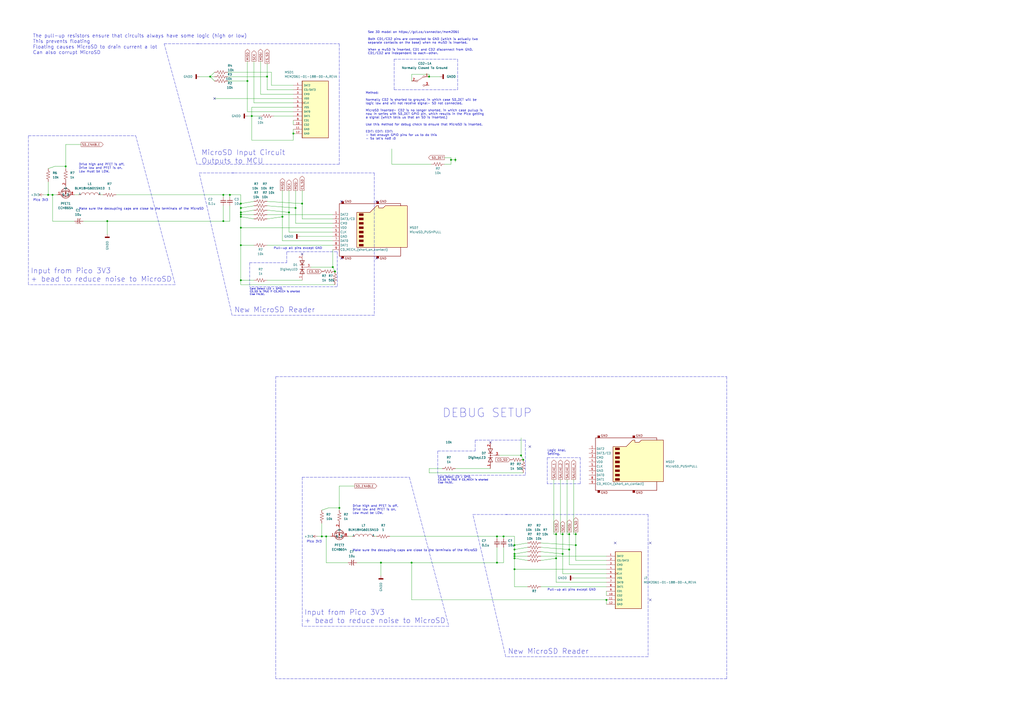
<source format=kicad_sch>
(kicad_sch (version 20211123) (generator eeschema)
  (paper "A2")
  (lib_symbols
    (symbol "Device:C_Polarized_Small_US" (pin_numbers hide) (pin_names (offset 0.254) hide)
      (property "Reference" "C" (at 0.254 1.778 0))
      (property "Value" "C_Polarized_Small_US" (at 0.254 -2.032 0))
      (symbol "C_Polarized_Small_US_0_1"
        (polyline (pts (xy -1.524 0.508) (xy 1.524 0.508)) (stroke (width 0.3048)))
        (polyline (pts (xy -1.27 1.524) (xy -0.762 1.524)))
        (polyline (pts (xy -1.016 1.27) (xy -1.016 1.778)))
        (arc (start 1.524 -0.762) (mid 0 -0.3734) (end -1.524 -0.762) (stroke (width 0.3048)))
      )
      (symbol "C_Polarized_Small_US_1_1"
        (pin passive line (at 0 2.54 270) (length 2.032) (name "~") (number "1"))
        (pin passive line (at 0 -2.54 90) (length 2.032) (name "~") (number "2"))
      )
    )
    (symbol "Device:C_Small" (pin_numbers hide) (pin_names (offset 0.254) hide)
      (property "Reference" "C" (at 0.254 1.778 0))
      (property "Value" "C_Small" (at 0.254 -2.032 0))
      (symbol "C_Small_0_1"
        (polyline (pts (xy -1.524 -0.508) (xy 1.524 -0.508)) (stroke (width 0.3302)))
        (polyline (pts (xy -1.524 0.508) (xy 1.524 0.508)) (stroke (width 0.3048)))
      )
      (symbol "C_Small_1_1"
        (pin passive line (at 0 2.54 270) (length 2.032) (name "~") (number "1"))
        (pin passive line (at 0 -2.54 90) (length 2.032) (name "~") (number "2"))
      )
    )
    (symbol "Device:D_Dual_CommonCathode_AAK" (pin_names (offset 0.762) hide)
      (property "Reference" "D" (at 1.27 -2.54 0))
      (property "Value" "D_Dual_CommonCathode_AAK" (at 0 2.54 0))
      (symbol "D_Dual_CommonCathode_AAK_0_1"
        (polyline (pts (xy -3.81 0) (xy 3.81 0)))
        (polyline (pts (xy 0 0) (xy 0 -2.54)))
        (polyline (pts (xy -1.27 -1.27) (xy -1.27 1.27) (xy -1.27 1.27)) (stroke (width 0.254)))
        (polyline (pts (xy 1.27 -1.27) (xy 1.27 1.27) (xy 1.27 1.27)) (stroke (width 0.254)))
        (polyline (pts (xy -3.81 1.27) (xy -1.27 0) (xy -3.81 -1.27) (xy -3.81 1.27) (xy -3.81 1.27) (xy -3.81 1.27)) (stroke (width 0.254)))
        (polyline (pts (xy 3.81 -1.27) (xy 1.27 0) (xy 3.81 1.27) (xy 3.81 -1.27) (xy 3.81 -1.27) (xy 3.81 -1.27)) (stroke (width 0.254)))
        (circle (center 0 0) (radius 0.254) (fill (type outline)))
        (pin passive line (at -7.62 0 0) (length 3.81) (name "A") (number "1"))
        (pin passive line (at 7.62 0 180) (length 3.81) (name "A") (number "2"))
        (pin passive line (at 0 -5.08 90) (length 2.54) (name "K") (number "3"))
      )
    )
    (symbol "Device:R_US" (pin_numbers hide) (pin_names (offset 0))
      (property "Reference" "R" (at 2.54 0 90))
      (property "Value" "R_US" (at -2.54 0 90))
      (symbol "R_US_0_1"
        (polyline (pts (xy 0 -2.286) (xy 0 -2.54)))
        (polyline (pts (xy 0 2.286) (xy 0 2.54)))
        (polyline (pts (xy 0 -0.762) (xy 1.016 -1.143) (xy 0 -1.524) (xy -1.016 -1.905) (xy 0 -2.286)))
        (polyline (pts (xy 0 0.762) (xy 1.016 0.381) (xy 0 0) (xy -1.016 -0.381) (xy 0 -0.762)))
        (polyline (pts (xy 0 2.286) (xy 1.016 1.905) (xy 0 1.524) (xy -1.016 1.143) (xy 0 0.762)))
      )
      (symbol "R_US_1_1"
        (pin passive line (at 0 3.81 270) (length 1.27) (name "~") (number "1"))
        (pin passive line (at 0 -3.81 90) (length 1.27) (name "~") (number "2"))
      )
    )
    (symbol "EBAY_MicroSD:MicroSD_PUSHPULL"
      (property "Reference" "MSD" (at 8.89 -2.54 0))
      (property "Value" "MicroSD_PUSHPULL" (at 8.89 -5.08 0))
      (symbol "MicroSD_PUSHPULL_0_0"
        (text "GND" (at -13.97 -20.32 0) (effects (font (size 1.27 1.27))))
        (text "GND" (at -13.97 12.7 0) (effects (font (size 1.27 1.27))))
        (text "GND" (at 6.35 -20.32 0) (effects (font (size 1.27 1.27))))
        (text "GND" (at 6.35 12.7 0) (effects (font (size 1.27 1.27))))
      )
      (symbol "MicroSD_PUSHPULL_0_1"
        (rectangle (start -17.78 -19.05) (end -16.51 -20.32) (fill (type outline)))
        (rectangle (start -17.78 12.7) (end -16.51 11.43) (fill (type outline)))
        (rectangle (start -7.62 -12.065) (end -5.08 -13.335) (fill (type outline)))
        (rectangle (start -7.62 -9.525) (end -5.08 -10.795) (fill (type outline)))
        (rectangle (start -7.62 -6.985) (end -5.08 -8.255) (fill (type outline)))
        (rectangle (start -7.62 -4.445) (end -5.08 -5.715) (fill (type outline)))
        (rectangle (start -7.62 -1.905) (end -5.08 -3.175) (fill (type outline)))
        (rectangle (start -7.62 0.635) (end -5.08 -0.635) (fill (type outline)))
        (rectangle (start -7.62 3.175) (end -5.08 1.905) (fill (type outline)))
        (rectangle (start -7.62 5.715) (end -5.08 4.445) (fill (type outline)))
        (polyline (pts (xy 16.51 10.16) (xy 16.51 11.43) (xy -19.05 11.43) (xy -19.05 -19.05) (xy 16.51 -19.05) (xy 16.51 -13.97)) (stroke (width 0.254)))
        (polyline (pts (xy -8.89 -13.97) (xy -8.89 6.35) (xy -1.27 6.35) (xy 2.54 10.16) (xy 3.81 10.16) (xy 3.81 8.89) (xy 6.35 8.89) (xy 7.62 10.16) (xy 20.32 10.16) (xy 20.32 -13.97) (xy -8.89 -13.97)) (stroke (width 0.254)) (fill (type background)))
        (rectangle (start 2.54 -19.05) (end 3.81 -20.32) (fill (type outline)))
        (rectangle (start 2.54 12.7) (end 3.81 11.43) (fill (type outline)))
      )
      (symbol "MicroSD_PUSHPULL_1_1"
        (pin bidirectional line (at -22.86 5.08 0) (length 3.81) (name "DAT2") (number "1"))
        (pin bidirectional line (at -22.86 2.54 0) (length 3.81) (name "DAT3/CD") (number "2"))
        (pin input line (at -22.86 0 0) (length 3.81) (name "CMD") (number "3"))
        (pin power_in line (at -22.86 -2.54 0) (length 3.81) (name "VDD") (number "4"))
        (pin input line (at -22.86 -5.08 0) (length 3.81) (name "CLK") (number "5"))
        (pin power_in line (at -22.86 -7.62 0) (length 3.81) (name "GND") (number "6"))
        (pin bidirectional line (at -22.86 -10.16 0) (length 3.81) (name "DAT0") (number "7"))
        (pin bidirectional line (at -22.86 -12.7 0) (length 3.81) (name "DAT1") (number "8"))
        (pin bidirectional line (at -22.86 -15.24 0) (length 3.81) (name "CD_MECH_(short_on_contact)") (number "9"))
      )
    )
    (symbol "ECH8654-TL-H_PFET:ECH8654 "
      (property "Reference" "PFET" (at 5.08 0 90))
      (property "Value" "ECH8654 " (at 7.62 0 90))
      (symbol "ECH8654 _0_1"
        (polyline (pts (xy -1.016 0) (xy -3.81 0)))
        (polyline (pts (xy -1.016 1.905) (xy -1.016 -1.905)) (stroke (width 0.254)))
        (polyline (pts (xy -0.508 -1.27) (xy -0.508 -2.286)) (stroke (width 0.254)))
        (polyline (pts (xy -0.508 0.508) (xy -0.508 -0.508)) (stroke (width 0.254)))
        (polyline (pts (xy -0.508 2.286) (xy -0.508 1.27)) (stroke (width 0.254)))
        (polyline (pts (xy 1.27 2.54) (xy 1.27 1.778)))
        (polyline (pts (xy 1.27 -2.54) (xy 1.27 0) (xy -0.508 0)))
        (polyline (pts (xy -0.508 1.778) (xy 2.032 1.778) (xy 2.032 -1.778) (xy -0.508 -1.778)))
        (polyline (pts (xy 1.016 0) (xy 0 0.381) (xy 0 -0.381) (xy 1.016 0)) (fill (type outline)))
        (polyline (pts (xy 1.524 -0.508) (xy 1.651 -0.381) (xy 2.413 -0.381) (xy 2.54 -0.254)))
        (polyline (pts (xy 2.032 -0.381) (xy 1.651 0.254) (xy 2.413 0.254) (xy 2.032 -0.381)))
        (circle (center 0.381 0) (radius 2.794) (stroke (width 0.254)))
        (circle (center 1.27 -1.778) (radius 0.254) (fill (type outline)))
        (circle (center 1.27 1.778) (radius 0.254) (fill (type outline)))
      )
      (symbol "ECH8654 _1_1"
        (pin passive line (at 1.27 -5.08 90) (length 2.54) (name "S") (number "1"))
        (pin passive line (at -6.35 0 0) (length 2.54) (name "G") (number "2"))
        (pin passive line (at 1.27 -5.08 90) (length 2.54) hide (name "S") (number "2"))
        (pin passive line (at 1.27 -5.08 90) (length 2.54) hide (name "S") (number "3"))
        (pin passive line (at 1.27 5.08 270) (length 2.54) (name "D") (number "8"))
      )
    )
    (symbol "MEM2061-01-188-00-A_REVA:MEM2061-01-188-00-A_REVA" (pin_names (offset 1.016))
      (property "Reference" "J" (at 0 15.2654 0))
      (property "Value" "MEM2061-01-188-00-A_REVA" (at 0 -20.3454 0))
      (symbol "MEM2061-01-188-00-A_REVA_0_0"
        (rectangle (start 0 -17.78) (end 15.24 15.24) (stroke (width 0.254)) (fill (type background)))
        (polyline (pts (xy 0 -17.78) (xy 0 15.24)) (stroke (width 0.254)))
        (pin bidirectional line (at -5.08 12.7 0) (length 5.08) (name "DAT2") (number "1"))
        (pin passive line (at -5.08 -10.16 0) (length 5.08) (name "CD2") (number "10"))
        (pin power_in line (at -5.08 -12.7 0) (length 5.08) (name "GND") (number "11"))
        (pin power_in line (at -5.08 -15.24 0) (length 5.08) (name "GND") (number "12"))
        (pin bidirectional line (at -5.08 10.16 0) (length 5.08) (name "CD/DAT3") (number "2"))
        (pin bidirectional line (at -5.08 7.62 0) (length 5.08) (name "CMD") (number "3"))
        (pin power_in line (at -5.08 5.08 0) (length 5.08) (name "VDD") (number "4"))
        (pin bidirectional clock (at -5.08 2.54 0) (length 5.08) (name "CLK") (number "5"))
        (pin power_in line (at -5.08 0 0) (length 5.08) (name "VSS") (number "6"))
        (pin bidirectional line (at -5.08 -2.54 0) (length 5.08) (name "DAT0") (number "7"))
        (pin bidirectional line (at -5.08 -5.08 0) (length 5.08) (name "DAT1") (number "8"))
        (pin passive line (at -5.08 -7.62 0) (length 5.08) (name "CD1") (number "9"))
      )
    )
    (symbol "MEM2061-01-188-00-A_REVA_1" (pin_names (offset 1.016))
      (property "Reference" "J" (at 0 15.2654 0))
      (property "Value" "MEM2061-01-188-00-A_REVA_1" (at 0 -20.3454 0))
      (symbol "MEM2061-01-188-00-A_REVA_1_0_0"
        (rectangle (start 0 -17.78) (end 15.24 15.24) (stroke (width 0.254)) (fill (type background)))
        (polyline (pts (xy 0 -17.78) (xy 0 15.24)) (stroke (width 0.254)))
        (pin bidirectional line (at -5.08 12.7 0) (length 5.08) (name "DAT2") (number "1"))
        (pin passive line (at -5.08 -10.16 0) (length 5.08) (name "CD2") (number "10"))
        (pin power_in line (at -5.08 -12.7 0) (length 5.08) (name "GND") (number "11"))
        (pin power_in line (at -5.08 -15.24 0) (length 5.08) (name "GND") (number "12"))
        (pin bidirectional line (at -5.08 10.16 0) (length 5.08) (name "CD/DAT3") (number "2"))
        (pin bidirectional line (at -5.08 7.62 0) (length 5.08) (name "CMD") (number "3"))
        (pin power_in line (at -5.08 5.08 0) (length 5.08) (name "VDD") (number "4"))
        (pin bidirectional clock (at -5.08 2.54 0) (length 5.08) (name "CLK") (number "5"))
        (pin power_in line (at -5.08 0 0) (length 5.08) (name "VSS") (number "6"))
        (pin bidirectional line (at -5.08 -2.54 0) (length 5.08) (name "DAT0") (number "7"))
        (pin bidirectional line (at -5.08 -5.08 0) (length 5.08) (name "DAT1") (number "8"))
        (pin passive line (at -5.08 -7.62 0) (length 5.08) (name "CD1") (number "9"))
      )
    )
    (symbol "Switch:SW_DPDT_x2" (pin_names (offset 0) hide)
      (property "Reference" "SW" (at 0 4.318 0))
      (property "Value" "SW_DPDT_x2" (at 0 -5.08 0))
      (symbol "SW_DPDT_x2_0_0"
        (circle (center -2.032 0) (radius 0.508))
        (circle (center 2.032 -2.54) (radius 0.508))
      )
      (symbol "SW_DPDT_x2_0_1"
        (polyline (pts (xy -1.524 0.254) (xy 1.651 2.286)))
        (circle (center 2.032 2.54) (radius 0.508))
      )
      (symbol "SW_DPDT_x2_1_1"
        (pin passive line (at 5.08 2.54 180) (length 2.54) (name "A") (number "1"))
        (pin passive line (at -5.08 0 0) (length 2.54) (name "B") (number "2"))
        (pin passive line (at 5.08 -2.54 180) (length 2.54) (name "C") (number "3"))
      )
      (symbol "SW_DPDT_x2_2_1"
        (pin passive line (at 5.08 2.54 180) (length 2.54) (name "A") (number "4"))
        (pin passive line (at -5.08 0 0) (length 2.54) (name "B") (number "5"))
        (pin passive line (at 5.08 -2.54 180) (length 2.54) (name "C") (number "6"))
      )
    )
    (symbol "power:+3V3" (power) (pin_names (offset 0))
      (property "Value" "+3V3" (at 0 3.556 0))
      (symbol "+3V3_0_1"
        (polyline (pts (xy -0.762 1.27) (xy 0 2.54)))
        (polyline (pts (xy 0 0) (xy 0 2.54)))
        (polyline (pts (xy 0 2.54) (xy 0.762 1.27)))
      )
      (symbol "+3V3_1_1"
        (pin power_in line (at 0 0 90) (length 0) hide (name "+3V3") (number "1"))
      )
    )
    (symbol "power:GNDD" (power) (pin_names (offset 0))
      (property "Value" "GNDD" (at 0 -3.175 0))
      (symbol "GNDD_0_1"
        (rectangle (start -1.27 -1.524) (end 1.27 -2.032) (stroke (width 0.254)) (fill (type outline)))
        (polyline (pts (xy 0 0) (xy 0 -1.524)))
      )
      (symbol "GNDD_1_1"
        (pin power_in line (at 0 0 270) (length 0) hide (name "GNDD") (number "1"))
      )
    )
    (symbol "pspice:INDUCTOR" (pin_numbers hide) (pin_names (offset 0))
      (property "Reference" "L" (at 0 2.54 0))
      (property "Value" "INDUCTOR" (at 0 -1.27 0))
      (symbol "INDUCTOR_0_1"
        (arc (start -2.54 0) (mid -3.81 1.27) (end -5.08 0))
        (arc (start 0 0) (mid -1.27 1.27) (end -2.54 0))
        (arc (start 2.54 0) (mid 1.27 1.27) (end 0 0))
        (arc (start 5.08 0) (mid 3.81 1.27) (end 2.54 0))
      )
      (symbol "INDUCTOR_1_1"
        (pin input line (at -6.35 0 0) (length 1.27) (name "1") (number "1"))
        (pin input line (at 6.35 0 180) (length 1.27) (name "2") (number "2"))
      )
    )
  )
  (junction (at 154.94 44.45))
  (junction (at 261.62 92.71))
  (junction (at 334.01 309.88))
  (junction (at 334.01 316.23))
  (junction (at 171.45 120.65))
  (junction (at 298.45 321.31))
  (junction (at 139.7 123.19))
  (junction (at 30.48 113.03))
  (junction (at 298.45 316.23))
  (junction (at 163.83 125.73))
  (junction (at 288.29 311.15))
  (junction (at 292.1 311.15))
  (junction (at 121.92 44.45))
  (junction (at 139.7 120.65))
  (junction (at 129.54 113.03))
  (junction (at 238.76 326.39))
  (junction (at 330.2 318.77))
  (junction (at 303.53 266.7))
  (junction (at 288.29 326.39))
  (junction (at 322.58 323.85))
  (junction (at 139.7 162.56))
  (junction (at 322.58 309.88))
  (junction (at 146.05 67.31))
  (junction (at 298.45 330.2))
  (junction (at 167.64 123.19))
  (junction (at 330.2 309.88))
  (junction (at 139.7 118.11))
  (junction (at 62.23 128.27))
  (junction (at 194.31 157.48))
  (junction (at 302.26 264.16))
  (junction (at 139.7 132.08))
  (junction (at 326.39 321.31))
  (junction (at 220.98 326.39))
  (junction (at 143.51 46.99))
  (junction (at 129.54 128.27))
  (junction (at 27.94 113.03))
  (junction (at 139.7 124.46))
  (junction (at 298.45 322.58))
  (junction (at 139.7 142.24))
  (junction (at 175.26 118.11))
  (junction (at 298.45 323.85))
  (junction (at 193.04 154.94))
  (junction (at 298.45 318.77))
  (junction (at 248.92 44.45))
  (junction (at 133.35 113.03))
  (junction (at 326.39 309.88))
  (junction (at 189.23 311.15))
  (junction (at 170.18 77.47))
  (junction (at 186.69 311.15))
  (junction (at 139.7 125.73))
  (junction (at 351.79 347.98))
  (junction (at 264.16 92.71))
  (junction (at 196.85 294.64))
  (junction (at 38.1 96.52))
  (no_connect (at 218.44 149.86))
  (no_connect (at 198.12 116.84))
  (no_connect (at 218.44 116.84))
  (no_connect (at 198.12 149.86))
  (no_connect (at 307.34 259.08))
  (no_connect (at 124.46 57.15))
  (no_connect (at 284.48 256.54))
  (no_connect (at 377.19 314.96))
  (no_connect (at 175.26 147.32))
  (no_connect (at 356.87 314.96))
  (no_connect (at 377.19 347.98))
  (wire (pts (xy 313.69 320.04) (xy 326.39 321.31)))
  (wire (pts (xy 313.69 317.5) (xy 330.2 318.77)))
  (wire (pts (xy 326.39 308.61) (xy 326.39 309.88)))
  (wire (pts (xy 163.83 110.49) (xy 163.83 125.73)))
  (wire (pts (xy 175.26 162.56) (xy 154.94 162.56)))
  (wire (pts (xy 133.35 128.27) (xy 129.54 128.27)))
  (wire (pts (xy 292.1 317.5) (xy 292.1 326.39)))
  (wire (pts (xy 322.58 309.88) (xy 321.31 309.88)))
  (wire (pts (xy 38.1 97.79) (xy 38.1 96.52)))
  (wire (pts (xy 30.48 113.03) (xy 30.48 128.27)))
  (wire (pts (xy 171.45 120.65) (xy 171.45 129.54)))
  (wire (pts (xy 62.23 128.27) (xy 129.54 128.27)))
  (wire (pts (xy 139.7 125.73) (xy 147.32 127)))
  (wire (pts (xy 261.62 91.44) (xy 261.62 92.71)))
  (wire (pts (xy 288.29 311.15) (xy 288.29 312.42)))
  (wire (pts (xy 170.18 59.69) (xy 147.32 59.69)))
  (wire (pts (xy 133.35 113.03) (xy 133.35 114.3)))
  (wire (pts (xy 151.13 35.56) (xy 151.13 54.61)))
  (wire (pts (xy 173.99 137.16) (xy 193.04 137.16)))
  (wire (pts (xy 322.58 308.61) (xy 322.58 309.88)))
  (wire (pts (xy 139.7 113.03) (xy 139.7 118.11)))
  (wire (pts (xy 238.76 347.98) (xy 238.76 326.39)))
  (wire (pts (xy 306.07 340.36) (xy 298.45 340.36)))
  (wire (pts (xy 154.94 121.92) (xy 167.64 123.19)))
  (wire (pts (xy 292.1 311.15) (xy 292.1 312.42)))
  (wire (pts (xy 322.58 309.88) (xy 322.58 323.85)))
  (wire (pts (xy 139.7 120.65) (xy 147.32 119.38)))
  (wire (pts (xy 330.2 327.66) (xy 351.79 327.66)))
  (polyline (pts (xy 228.6 34.29) (xy 265.43 34.29)))
  (wire (pts (xy 298.45 323.85) (xy 306.07 325.12)))
  (polyline (pts (xy 237.49 276.86) (xy 260.35 363.22)))
  (wire (pts (xy 158.75 67.31) (xy 170.18 67.31)))
  (wire (pts (xy 31.75 96.52) (xy 38.1 96.52)))
  (wire (pts (xy 264.16 91.44) (xy 264.16 92.71)))
  (wire (pts (xy 139.7 132.08) (xy 193.04 132.08)))
  (wire (pts (xy 298.45 316.23) (xy 298.45 318.77)))
  (wire (pts (xy 196.85 281.94) (xy 205.74 281.94)))
  (wire (pts (xy 115.57 44.45) (xy 121.92 44.45)))
  (wire (pts (xy 147.32 142.24) (xy 139.7 142.24)))
  (wire (pts (xy 298.45 318.77) (xy 306.07 317.5)))
  (polyline (pts (xy 196.85 95.25) (xy 114.3 95.25)))
  (wire (pts (xy 248.92 274.32) (xy 303.53 274.32)))
  (wire (pts (xy 154.94 119.38) (xy 171.45 120.65)))
  (polyline (pts (xy 175.26 276.86) (xy 237.49 276.86)))
  (polyline (pts (xy 375.92 381) (xy 293.37 381)))
  (wire (pts (xy 284.48 271.78) (xy 264.16 271.78)))
  (wire (pts (xy 27.94 97.79) (xy 31.75 96.52)))
  (wire (pts (xy 186.69 295.91) (xy 190.5 294.64)))
  (wire (pts (xy 302.26 254) (xy 302.26 264.16)))
  (wire (pts (xy 62.23 128.27) (xy 62.23 135.89)))
  (wire (pts (xy 326.39 309.88) (xy 326.39 321.31)))
  (wire (pts (xy 334.01 325.12) (xy 351.79 325.12)))
  (polyline (pts (xy 317.5 265.43) (xy 317.5 280.67)))
  (wire (pts (xy 288.29 311.15) (xy 292.1 311.15)))
  (wire (pts (xy 332.74 335.28) (xy 351.79 335.28)))
  (wire (pts (xy 132.08 44.45) (xy 154.94 44.45)))
  (wire (pts (xy 334.01 309.88) (xy 332.74 309.88)))
  (polyline (pts (xy 293.37 298.45) (xy 294.64 298.45)))
  (wire (pts (xy 298.45 316.23) (xy 306.07 314.96)))
  (wire (pts (xy 147.32 35.56) (xy 147.32 59.69)))
  (wire (pts (xy 292.1 326.39) (xy 288.29 326.39)))
  (wire (pts (xy 189.23 311.15) (xy 191.77 311.15)))
  (wire (pts (xy 326.39 332.74) (xy 351.79 332.74)))
  (wire (pts (xy 248.92 44.45) (xy 255.27 44.45)))
  (wire (pts (xy 313.69 314.96) (xy 334.01 316.23)))
  (wire (pts (xy 288.29 317.5) (xy 288.29 326.39)))
  (wire (pts (xy 334.01 308.61) (xy 334.01 309.88)))
  (polyline (pts (xy 166.37 152.4) (xy 166.37 146.05)))
  (wire (pts (xy 298.45 330.2) (xy 351.79 330.2)))
  (polyline (pts (xy 95.25 25.4) (xy 196.85 25.4)))
  (wire (pts (xy 330.2 308.61) (xy 330.2 309.88)))
  (wire (pts (xy 170.18 69.85) (xy 170.18 72.39)))
  (polyline (pts (xy 134.62 182.88) (xy 115.57 100.33)))
  (wire (pts (xy 139.7 124.46) (xy 139.7 125.73)))
  (wire (pts (xy 154.94 142.24) (xy 193.04 142.24)))
  (wire (pts (xy 175.26 110.49) (xy 175.26 118.11)))
  (polyline (pts (xy 254 261.62) (xy 275.59 261.62)))
  (polyline (pts (xy 304.8 275.59) (xy 254 275.59)))
  (wire (pts (xy 146.05 67.31) (xy 146.05 81.28)))
  (polyline (pts (xy 317.5 265.43) (xy 336.55 265.43)))
  (polyline (pts (xy 275.59 261.62) (xy 275.59 255.27)))
  (wire (pts (xy 217.17 311.15) (xy 218.44 311.15)))
  (wire (pts (xy 143.51 35.56) (xy 143.51 46.99)))
  (wire (pts (xy 175.26 127) (xy 193.04 127)))
  (wire (pts (xy 321.31 309.88) (xy 321.31 278.13)))
  (wire (pts (xy 313.69 325.12) (xy 322.58 323.85)))
  (wire (pts (xy 330.2 309.88) (xy 328.93 309.88)))
  (polyline (pts (xy 375.92 298.45) (xy 375.92 381)))
  (polyline (pts (xy 421.64 393.7) (xy 160.02 393.7)))
  (wire (pts (xy 121.92 44.45) (xy 124.46 44.45)))
  (wire (pts (xy 351.79 342.9) (xy 351.79 345.44)))
  (wire (pts (xy 30.48 113.03) (xy 33.02 113.03)))
  (wire (pts (xy 201.93 311.15) (xy 204.47 311.15)))
  (wire (pts (xy 220.98 326.39) (xy 220.98 334.01)))
  (wire (pts (xy 186.69 311.15) (xy 189.23 311.15)))
  (wire (pts (xy 139.7 162.56) (xy 139.7 142.24)))
  (wire (pts (xy 193.04 154.94) (xy 194.31 157.48)))
  (wire (pts (xy 143.51 46.99) (xy 143.51 64.77)))
  (wire (pts (xy 139.7 125.73) (xy 139.7 132.08)))
  (wire (pts (xy 334.01 316.23) (xy 334.01 325.12)))
  (wire (pts (xy 171.45 129.54) (xy 193.04 129.54)))
  (wire (pts (xy 170.18 81.28) (xy 146.05 81.28)))
  (wire (pts (xy 139.7 124.46) (xy 147.32 124.46)))
  (polyline (pts (xy 336.55 280.67) (xy 317.5 280.67)))
  (wire (pts (xy 325.12 309.88) (xy 325.12 278.13)))
  (wire (pts (xy 48.26 128.27) (xy 62.23 128.27)))
  (wire (pts (xy 38.1 83.82) (xy 46.99 83.82)))
  (wire (pts (xy 351.79 347.98) (xy 351.79 350.52)))
  (wire (pts (xy 298.45 322.58) (xy 306.07 322.58)))
  (wire (pts (xy 171.45 110.49) (xy 171.45 120.65)))
  (wire (pts (xy 43.18 113.03) (xy 45.72 113.03)))
  (wire (pts (xy 238.76 46.99) (xy 238.76 43.18)))
  (wire (pts (xy 256.54 271.78) (xy 248.92 271.78)))
  (wire (pts (xy 326.39 309.88) (xy 325.12 309.88)))
  (wire (pts (xy 139.7 118.11) (xy 139.7 120.65)))
  (wire (pts (xy 167.64 123.19) (xy 167.64 134.62)))
  (wire (pts (xy 330.2 318.77) (xy 330.2 327.66)))
  (polyline (pts (xy 260.35 363.22) (xy 175.26 363.22)))
  (polyline (pts (xy 115.57 100.33) (xy 217.17 100.33)))
  (wire (pts (xy 58.42 113.03) (xy 59.69 113.03)))
  (wire (pts (xy 189.23 326.39) (xy 201.93 326.39)))
  (wire (pts (xy 322.58 337.82) (xy 351.79 337.82)))
  (polyline (pts (xy 101.6 165.1) (xy 16.51 165.1)))
  (wire (pts (xy 154.94 124.46) (xy 193.04 124.46)))
  (wire (pts (xy 154.94 36.83) (xy 154.94 44.45)))
  (wire (pts (xy 129.54 113.03) (xy 133.35 113.03)))
  (wire (pts (xy 190.5 294.64) (xy 196.85 294.64)))
  (wire (pts (xy 322.58 323.85) (xy 322.58 337.82)))
  (wire (pts (xy 129.54 119.38) (xy 129.54 128.27)))
  (wire (pts (xy 220.98 326.39) (xy 238.76 326.39)))
  (wire (pts (xy 124.46 41.91) (xy 121.92 44.45)))
  (polyline (pts (xy 160.02 218.44) (xy 421.64 218.44)))
  (polyline (pts (xy 166.37 146.05) (xy 195.58 146.05)))
  (polyline (pts (xy 254 261.62) (xy 254 275.59)))
  (polyline (pts (xy 16.51 78.74) (xy 78.74 78.74)))
  (polyline (pts (xy 217.17 182.88) (xy 134.62 182.88)))
  (wire (pts (xy 248.92 274.32) (xy 248.92 271.78)))
  (wire (pts (xy 238.76 326.39) (xy 288.29 326.39)))
  (wire (pts (xy 196.85 295.91) (xy 196.85 294.64)))
  (wire (pts (xy 157.48 49.53) (xy 157.48 41.91)))
  (polyline (pts (xy 134.62 100.33) (xy 135.89 100.33)))
  (wire (pts (xy 139.7 123.19) (xy 147.32 121.92)))
  (wire (pts (xy 261.62 92.71) (xy 264.16 92.71)))
  (wire (pts (xy 328.93 278.13) (xy 328.93 309.88)))
  (wire (pts (xy 163.83 139.7) (xy 193.04 139.7)))
  (polyline (pts (xy 336.55 265.43) (xy 336.55 280.67)))
  (polyline (pts (xy 421.64 218.44) (xy 421.64 393.7)))
  (wire (pts (xy 298.45 318.77) (xy 298.45 321.31)))
  (wire (pts (xy 170.18 54.61) (xy 151.13 54.61)))
  (wire (pts (xy 38.1 96.52) (xy 38.1 83.82)))
  (wire (pts (xy 226.06 311.15) (xy 288.29 311.15)))
  (wire (pts (xy 298.45 323.85) (xy 298.45 330.2)))
  (polyline (pts (xy 16.51 78.74) (xy 16.51 165.1)))
  (polyline (pts (xy 217.17 100.33) (xy 217.17 182.88)))
  (wire (pts (xy 27.94 105.41) (xy 27.94 113.03)))
  (polyline (pts (xy 144.78 152.4) (xy 166.37 152.4)))
  (wire (pts (xy 207.01 326.39) (xy 220.98 326.39)))
  (wire (pts (xy 167.64 134.62) (xy 193.04 134.62)))
  (wire (pts (xy 170.18 74.93) (xy 170.18 77.47)))
  (wire (pts (xy 238.76 43.18) (xy 248.92 43.18)))
  (wire (pts (xy 146.05 67.31) (xy 151.13 67.31)))
  (polyline (pts (xy 114.3 95.25) (xy 95.25 25.4)))
  (wire (pts (xy 129.54 113.03) (xy 129.54 114.3)))
  (wire (pts (xy 143.51 67.31) (xy 146.05 67.31)))
  (wire (pts (xy 170.18 52.07) (xy 154.94 52.07)))
  (wire (pts (xy 139.7 142.24) (xy 139.7 132.08)))
  (polyline (pts (xy 304.8 255.27) (xy 304.8 275.59)))
  (wire (pts (xy 154.94 127) (xy 163.83 125.73)))
  (wire (pts (xy 147.32 162.56) (xy 139.7 162.56)))
  (polyline (pts (xy 78.74 78.74) (xy 101.6 165.1)))
  (wire (pts (xy 121.92 44.45) (xy 124.46 46.99)))
  (wire (pts (xy 298.45 322.58) (xy 298.45 323.85)))
  (wire (pts (xy 170.18 81.28) (xy 170.18 77.47)))
  (wire (pts (xy 184.15 311.15) (xy 186.69 311.15)))
  (wire (pts (xy 257.81 91.44) (xy 261.62 91.44)))
  (wire (pts (xy 313.69 340.36) (xy 351.79 340.36)))
  (wire (pts (xy 193.04 144.78) (xy 193.04 154.94)))
  (wire (pts (xy 298.45 321.31) (xy 306.07 320.04)))
  (wire (pts (xy 302.26 264.16) (xy 303.53 266.7)))
  (wire (pts (xy 25.4 113.03) (xy 27.94 113.03)))
  (wire (pts (xy 139.7 165.1) (xy 194.31 165.1)))
  (wire (pts (xy 170.18 64.77) (xy 143.51 64.77)))
  (wire (pts (xy 154.94 44.45) (xy 154.94 52.07)))
  (wire (pts (xy 146.05 62.23) (xy 146.05 67.31)))
  (wire (pts (xy 196.85 294.64) (xy 196.85 281.94)))
  (polyline (pts (xy 160.02 393.7) (xy 160.02 218.44)))
  (wire (pts (xy 133.35 119.38) (xy 133.35 128.27)))
  (wire (pts (xy 313.69 322.58) (xy 351.79 322.58)))
  (wire (pts (xy 154.94 116.84) (xy 175.26 118.11)))
  (polyline (pts (xy 228.6 34.29) (xy 228.6 52.07)))
  (polyline (pts (xy 196.85 25.4) (xy 196.85 95.25)))
  (wire (pts (xy 186.69 303.53) (xy 186.69 311.15)))
  (wire (pts (xy 132.08 41.91) (xy 157.48 41.91)))
  (wire (pts (xy 170.18 62.23) (xy 146.05 62.23)))
  (polyline (pts (xy 175.26 276.86) (xy 175.26 363.22)))
  (wire (pts (xy 139.7 123.19) (xy 139.7 124.46)))
  (wire (pts (xy 264.16 92.71) (xy 264.16 93.98)))
  (wire (pts (xy 298.45 340.36) (xy 298.45 330.2)))
  (wire (pts (xy 227.33 95.25) (xy 227.33 86.36)))
  (wire (pts (xy 298.45 321.31) (xy 298.45 322.58)))
  (wire (pts (xy 139.7 165.1) (xy 139.7 162.56)))
  (wire (pts (xy 139.7 120.65) (xy 139.7 123.19)))
  (wire (pts (xy 180.34 154.94) (xy 193.04 154.94)))
  (polyline (pts (xy 114.3 25.4) (xy 115.57 25.4)))
  (wire (pts (xy 248.92 43.18) (xy 248.92 44.45)))
  (wire (pts (xy 163.83 125.73) (xy 163.83 139.7)))
  (wire (pts (xy 170.18 49.53) (xy 157.48 49.53)))
  (wire (pts (xy 330.2 309.88) (xy 330.2 318.77)))
  (wire (pts (xy 289.56 264.16) (xy 302.26 264.16)))
  (wire (pts (xy 175.26 118.11) (xy 175.26 127)))
  (polyline (pts (xy 195.58 166.37) (xy 144.78 166.37)))
  (wire (pts (xy 189.23 311.15) (xy 189.23 326.39)))
  (wire (pts (xy 332.74 278.13) (xy 332.74 309.88)))
  (polyline (pts (xy 195.58 146.05) (xy 195.58 166.37)))
  (polyline (pts (xy 275.59 255.27) (xy 304.8 255.27)))
  (wire (pts (xy 133.35 113.03) (xy 139.7 113.03)))
  (wire (pts (xy 292.1 311.15) (xy 298.45 311.15)))
  (wire (pts (xy 167.64 110.49) (xy 167.64 123.19)))
  (polyline (pts (xy 144.78 152.4) (xy 144.78 166.37)))
  (wire (pts (xy 227.33 95.25) (xy 250.19 95.25)))
  (wire (pts (xy 139.7 118.11) (xy 147.32 116.84)))
  (wire (pts (xy 298.45 311.15) (xy 298.45 316.23)))
  (wire (pts (xy 334.01 309.88) (xy 334.01 316.23)))
  (wire (pts (xy 326.39 321.31) (xy 326.39 332.74)))
  (polyline (pts (xy 293.37 381) (xy 274.32 298.45)))
  (wire (pts (xy 261.62 95.25) (xy 261.62 92.71)))
  (wire (pts (xy 351.79 347.98) (xy 238.76 347.98)))
  (polyline (pts (xy 274.32 298.45) (xy 375.92 298.45)))
  (wire (pts (xy 67.31 113.03) (xy 129.54 113.03)))
  (wire (pts (xy 132.08 46.99) (xy 143.51 46.99)))
  (polyline (pts (xy 265.43 52.07) (xy 265.43 34.29)))
  (polyline (pts (xy 228.6 52.07) (xy 265.43 52.07)))
  (wire (pts (xy 257.81 95.25) (xy 261.62 95.25)))
  (wire (pts (xy 27.94 113.03) (xy 30.48 113.03)))
  (wire (pts (xy 124.46 57.15) (xy 170.18 57.15)))
  (wire (pts (xy 30.48 128.27) (xy 43.18 128.27)))
  (text "MicroSD Input Circuit\nOutputs to MCU" (at 116.84 95.25 0) (effects (font (size 3 3)) (justify left bottom)))
  (text "Pico 3V3\n" (at 27.94 116.84 180) (effects (font (size 1.27 1.27)) (justify right bottom)))
  (text "Drive high and PFET is off. \nDrive low and PFET is on. \nLow must be LOW. " (at 45.72 100.33 0) (effects (font (size 1.27 1.27)) (justify left bottom)))
  (text "New MicroSD Reader" (at 135.89 181.61 0) (effects (font (size 3 3)) (justify left bottom)))
  (text "Pull-up all pins except GND\n" (at 158.75 144.78 0) (effects (font (size 1.27 1.27)) (justify left bottom)))
  (text "Drive high and PFET is off. \nDrive low and PFET is on. \nLow must be LOW. " (at 204.47 298.45 0) (effects (font (size 1.27 1.27)) (justify left bottom)))
  (text "Make sure the decoupling caps are close to the terminals of the MicroSD" (at 45.72 121.92 0) (effects (font (size 1.27 1.27)) (justify left bottom)))
  (text "See 3D model on https://gct.co/connector/mem2061\n\nBoth CD1/CD2 pins are connected to GND (which is actually two\nseparate contacts on the base) when no muSD is inserted.\n\nWhen a muSD is inserted, CD1 and CD2 disconnect from GND.\nCD1/CD2 are independent to each-other. " (at 213.36 31.75 0) (effects (font (size 1.27 1.27)) (justify left bottom)))
  (text "New MicroSD Reader" (at 294.64 379.73 0) (effects (font (size 3 3)) (justify left bottom)))
  (text "Pull-up all pins except GND\n" (at 317.5 342.9 0) (effects (font (size 1.27 1.27)) (justify left bottom)))
  (text "DEBUG SETUP" (at 256.54 242.57 0) (effects (font (size 5 5)) (justify left bottom)))
  (text "Card Detect LED + GPIO.\nCD_SD is TRUE if CD_MECH is shorted\nElse FALSE. \n" (at 144.78 171.45 0) (effects (font (size 1 1)) (justify left bottom)))
  (text "Card Detect LED + GPIO.\nCD_SD is TRUE if CD_MECH is shorted\nElse FALSE. \n" (at 254 280.67 0) (effects (font (size 1 1)) (justify left bottom)))
  (text "Method:\n\nNormally CD2 is shorted to ground, in which case SD_DET will be\nlogic low and will not receive signal- SD not connected.\n\nMicroSD inserted- CD2 is no longer shorted, in which case pullup is\nnow in series with SD_DET GPIO pin, which results in the Pico getting\na signal (which tells us that an SD is inserted.)\n\nUse this method for debug check to ensure that MicroSD is inserted. \n\nEDIT: EDIT: EDIT:\n- Not enough GPIO pins for us to do this\n- So let's not! :D " (at 212.09 81.28 0) (effects (font (size 1.27 1.27)) (justify left bottom)))
  (text "The pull-up resistors ensure that circuits always have some logic (high or low)\nThis prevents floating\nFloating causes MicroSD to drain current a lot\nCan also corrupt MicroSD" (at 19.05 31.75 0) (effects (font (size 2 2)) (justify left bottom)))
  (text "Logic Anal.\nSetting." (at 317.5 264.16 0) (effects (font (size 1.27 1.27)) (justify left bottom)))
  (text "Input from Pico 3V3 \n+ bead to reduce noise to MicroSD\n" (at 176.53 361.95 0) (effects (font (size 3 3)) (justify left bottom)))
  (text "Pico 3V3\n" (at 186.69 314.96 180) (effects (font (size 1.27 1.27)) (justify right bottom)))
  (text "Make sure the decoupling caps are close to the terminals of the MicroSD" (at 204.47 320.04 0) (effects (font (size 1.27 1.27)) (justify left bottom)))
  (text "Input from Pico 3V3 \n+ bead to reduce noise to MicroSD\n" (at 17.78 163.83 0) (effects (font (size 3 3)) (justify left bottom)))
  (global_label "MISO" (shape output) (at 143.51 35.56 90) (property "Intersheet References" "${INTERSHEET_REFS}" (effects hide)))
  (global_label "SD_ENABLE" (shape output) (at 46.99 83.82 0) (property "Intersheet References" "${INTERSHEET_REFS}" (effects hide)))
  (global_label "MOSI" (shape output) (at 171.45 110.49 90) (property "Intersheet References" "${INTERSHEET_REFS}" (effects hide)))
  (global_label "SCK" (shape output) (at 167.64 110.49 90) (property "Intersheet References" "${INTERSHEET_REFS}" (effects hide)))
  (global_label "SD_ENABLE" (shape output) (at 205.74 281.94 0) (property "Intersheet References" "${INTERSHEET_REFS}" (effects hide)))
  (global_label "SALEAE_4" (shape output) (at 332.74 278.13 90) (property "Intersheet References" "${INTERSHEET_REFS}" (effects hide)))
  (global_label "SALEAE_1" (shape output) (at 321.31 278.13 90) (property "Intersheet References" "${INTERSHEET_REFS}" (effects hide)))
  (global_label "SCK" (shape output) (at 326.39 308.61 90) (property "Intersheet References" "${INTERSHEET_REFS}" (effects hide)))
  (global_label "CS_SD" (shape output) (at 154.94 36.83 90) (property "Intersheet References" "${INTERSHEET_REFS}" (effects hide)))
  (global_label "MISO" (shape output) (at 322.58 308.61 90) (property "Intersheet References" "${INTERSHEET_REFS}" (effects hide)))
  (global_label "SD_DET" (shape output) (at 257.81 91.44 180) (property "Intersheet References" "${INTERSHEET_REFS}" (effects hide)))
  (global_label "CS_SD" (shape output) (at 175.26 110.49 90) (property "Intersheet References" "${INTERSHEET_REFS}" (effects hide)))
  (global_label "CD_SD" (shape input) (at 295.91 266.7 180) (property "Intersheet References" "${INTERSHEET_REFS}" (effects hide)))
  (global_label "SCK" (shape output) (at 147.32 35.56 90) (property "Intersheet References" "${INTERSHEET_REFS}" (effects hide)))
  (global_label "SALEAE_3" (shape output) (at 328.93 278.13 90) (property "Intersheet References" "${INTERSHEET_REFS}" (effects hide)))
  (global_label "SALEAE_2" (shape output) (at 325.12 278.13 90) (property "Intersheet References" "${INTERSHEET_REFS}" (effects hide)))
  (global_label "MOSI" (shape output) (at 151.13 35.56 90) (property "Intersheet References" "${INTERSHEET_REFS}" (effects hide)))
  (global_label "MISO" (shape output) (at 163.83 110.49 90) (property "Intersheet References" "${INTERSHEET_REFS}" (effects hide)))
  (global_label "CD_SD" (shape input) (at 186.69 157.48 180) (property "Intersheet References" "${INTERSHEET_REFS}" (effects hide)))
  (global_label "CS_SD" (shape output) (at 334.01 308.61 90) (property "Intersheet References" "${INTERSHEET_REFS}" (effects hide)))
  (global_label "MOSI" (shape output) (at 330.2 308.61 90) (property "Intersheet References" "${INTERSHEET_REFS}" (effects hide)))
  (symbol (lib_id "Device:R_US") (at 299.72 266.7 90) (unit 1)
    (property "Reference" "R?" (at 297.18 269.24 90))
    (property "Value" "1k" (at 297.18 271.78 90))
  )
  (symbol (lib_id "power:GNDD") (at 220.98 334.01 0) (unit 1)
    (property "Reference" "#PWR?" (effects hide))
    (property "Value" "GNDD" (at 220.9799 337.82 90) (effects (justify right)))
  )
  (symbol (lib_id "Device:R_US") (at 63.5 113.03 90) (unit 1)
    (property "Reference" "R7" (at 63.5 106.68 90))
    (property "Value" "1" (at 63.5 109.22 90))
  )
  (symbol (lib_id "Device:C_Small") (at 288.29 314.96 0) (unit 1)
    (property "Reference" "C?" (at 279.4 313.69 0) (effects (justify left)))
    (property "Value" "0.1u" (at 279.4 316.23 0) (effects (justify left)))
  )
  (symbol (lib_id "EBAY_MicroSD:MicroSD_PUSHPULL") (at 364.49 265.43 0) (unit 1)
    (property "Reference" "MSD?" (at 386.08 267.9698 0) (effects (justify left)))
    (property "Value" "MicroSD_PUSHPULL" (at 386.08 270.5098 0) (effects (justify left)))
  )
  (symbol (lib_id "Device:R_US") (at 222.25 311.15 90) (unit 1)
    (property "Reference" "R?" (at 222.25 304.8 90))
    (property "Value" "1" (at 222.25 307.34 90))
  )
  (symbol (lib_id "Device:R_US") (at 128.27 44.45 270) (unit 1)
    (property "Reference" "R3" (at 134.62 43.18 90) (effects (justify right)))
    (property "Value" "10k" (at 134.62 45.72 90) (effects (justify right)))
  )
  (symbol (lib_id "Device:D_Dual_CommonCathode_AAK") (at 175.26 154.94 90) (unit 1)
    (property "Reference" "D1" (at 172.72 153.6699 90) (effects (justify left)))
    (property "Value" "DigikeyLED" (at 172.72 156.2099 90) (effects (justify left)))
  )
  (symbol (lib_id "Device:R_US") (at 309.88 340.36 90) (unit 1)
    (property "Reference" "R?" (at 309.88 342.9 90))
    (property "Value" "10k" (at 260.35 256.54 90))
  )
  (symbol (lib_id "Device:R_US") (at 254 95.25 90) (unit 1)
    (property "Reference" "R?" (at 254 97.79 90))
    (property "Value" "10k" (at 254 100.33 90))
  )
  (symbol (lib_id "Switch:SW_DPDT_x2") (at 243.84 46.99 0) (unit 1)
    (property "Reference" "CD2-1" (at 246.38 36.83 0))
    (property "Value" "Normally Closed To Ground" (at 246.38 39.37 0))
  )
  (symbol (lib_id "Device:C_Small") (at 133.35 116.84 0) (unit 1)
    (property "Reference" "C3" (at 135.89 115.5762 0) (effects (justify left)))
    (property "Value" "10u" (at 135.89 118.1162 0) (effects (justify left)))
  )
  (symbol (lib_id "Device:R_US") (at 151.13 127 90) (unit 1)
    (property "Reference" "R?" (at 153.67 111.76 90))
    (property "Value" "10k" (at 153.67 114.3 90))
  )
  (symbol (lib_id "Device:C_Small") (at 129.54 116.84 0) (unit 1)
    (property "Reference" "C2" (at 120.65 115.57 0) (effects (justify left)))
    (property "Value" "0.1u" (at 120.65 118.11 0) (effects (justify left)))
  )
  (symbol (lib_id "Device:R_US") (at 151.13 116.84 270) (unit 1)
    (property "Reference" "R?" (at 149.86 106.68 90) (effects (justify right)))
    (property "Value" "10k" (at 149.86 109.22 90) (effects (justify right)))
  )
  (symbol (lib_id "Device:R_US") (at 309.88 322.58 90) (unit 1)
    (property "Reference" "R?" (at 316.23 307.34 90))
    (property "Value" "10k" (at 316.23 309.88 90))
  )
  (symbol (lib_id "Device:R_US") (at 151.13 119.38 90) (unit 1)
    (property "Reference" "R?" (at 148.59 111.76 90))
    (property "Value" "10k" (at 148.59 114.3 90))
  )
  (symbol (lib_id "Device:R_US") (at 309.88 325.12 90) (unit 1)
    (property "Reference" "R?" (at 312.42 309.88 90))
    (property "Value" "10k" (at 312.42 312.42 90))
  )
  (symbol (lib_id "Device:R_US") (at 151.13 162.56 90) (unit 1)
    (property "Reference" "R?" (at 151.13 156.21 90))
    (property "Value" "1k" (at 151.13 158.75 90))
  )
  (symbol (lib_id "power:GNDD") (at 143.51 67.31 270) (unit 1)
    (property "Reference" "#PWR?" (effects hide))
    (property "Value" "GNDD" (at 139.7 67.3099 90) (effects (justify right)))
  )
  (symbol (lib_id "Device:C_Polarized_Small_US") (at 204.47 326.39 90) (unit 1)
    (property "Reference" "C?" (at 204.0382 320.04 90))
    (property "Value" "10u" (at 204.0382 322.58 90))
  )
  (symbol (lib_id "Device:R_US") (at 309.88 314.96 270) (unit 1)
    (property "Reference" "R?" (at 308.61 304.8 90) (effects (justify right)))
    (property "Value" "10k" (at 308.61 307.34 90) (effects (justify right)))
  )
  (symbol (lib_id "ECH8654-TL-H_PFET:ECH8654 ") (at 196.85 309.88 270) (unit 1)
    (property "Reference" "PFET?" (at 196.85 316.23 90))
    (property "Value" "ECH8654 " (at 196.85 318.77 90))
    (property "Datasheet" "https://www.onsemi.com/products/discrete-power-modules/mosfets/ech8654" (effects hide))
    (property "Spice_Primitive" "X" (effects hide))
    (property "Spice_Model" "ECH8654TopLevel" (effects hide))
    (property "Spice_Netlist_Enabled" "Y" (effects hide))
    (property "Spice_Lib_File" "C:\\Users\\Callicious\\Documents\\Prog\\pycharm\\EvaBatProject\\Schematics\\KiCad Schemas\\ECH8654-SPICE-D.rev1\\ECH8654-SPICE-D.lib" (effects hide))
  )
  (symbol (lib_id "power:GNDD") (at 255.27 44.45 90) (unit 1)
    (property "Reference" "#PWR?" (effects hide))
    (property "Value" "GNDD" (at 259.08 44.4499 90) (effects (justify right)))
  )
  (symbol (lib_id "Device:R_US") (at 303.53 270.51 0) (unit 1)
    (property "Reference" "R?" (at 299.72 269.24 0) (effects (justify left)))
    (property "Value" "50k" (at 299.72 271.78 0) (effects (justify left)))
  )
  (symbol (lib_id "power:+3V3") (at 25.4 113.03 90) (unit 1)
    (property "Reference" "Pico?" (effects hide))
    (property "Value" "+3V3" (at 17.78 113.03 90) (effects (justify right)))
  )
  (symbol (lib_id "Device:R_US") (at 196.85 299.72 0) (unit 1)
    (property "Reference" "R?" (at 199.39 298.4499 0) (effects (justify left)))
    (property "Value" "1k" (at 199.39 300.9899 0) (effects (justify left)))
  )
  (symbol (lib_id "Device:R_US") (at 27.94 101.6 0) (unit 1)
    (property "Reference" "R6" (at 30.48 100.3299 0) (effects (justify left)))
    (property "Value" "10k" (at 30.48 102.8699 0) (effects (justify left)))
  )
  (symbol (lib_id "ECH8654-TL-H_PFET:ECH8654 ") (at 38.1 111.76 270) (unit 1)
    (property "Reference" "PFET1" (at 38.1 118.11 90))
    (property "Value" "ECH8654 " (at 38.1 120.65 90))
    (property "Datasheet" "https://www.onsemi.com/products/discrete-power-modules/mosfets/ech8654" (effects hide))
    (property "Spice_Primitive" "X" (effects hide))
    (property "Spice_Model" "ECH8654TopLevel" (effects hide))
    (property "Spice_Netlist_Enabled" "Y" (effects hide))
    (property "Spice_Lib_File" "C:\\Users\\Callicious\\Documents\\Prog\\pycharm\\EvaBatProject\\Schematics\\KiCad Schemas\\ECH8654-SPICE-D.rev1\\ECH8654-SPICE-D.lib" (effects hide))
  )
  (symbol (lib_id "Device:R_US") (at 186.69 299.72 0) (unit 1)
    (property "Reference" "R?" (at 189.23 298.4499 0) (effects (justify left)))
    (property "Value" "10k" (at 189.23 300.9899 0) (effects (justify left)))
  )
  (symbol (lib_id "power:+3V3") (at 184.15 311.15 90) (unit 1)
    (property "Reference" "Pico?" (effects hide))
    (property "Value" "+3V3" (at 176.53 311.15 90) (effects (justify right)))
  )
  (symbol (lib_id "Device:R_US") (at 128.27 41.91 270) (unit 1)
    (property "Reference" "R4" (at 132.08 38.1 90) (effects (justify left)))
    (property "Value" "10k" (at 132.08 40.64 90) (effects (justify left)))
  )
  (symbol (lib_id "Device:R_US") (at 151.13 124.46 90) (unit 1)
    (property "Reference" "R?" (at 157.48 109.22 90))
    (property "Value" "10k" (at 157.48 111.76 90))
  )
  (symbol (lib_name "MEM2061-01-188-00-A_REVA_1") (lib_id "MEM2061-01-188-00-A_REVA:MEM2061-01-188-00-A_REVA") (at 175.26 62.23 0) (unit 1)
    (property "Reference" "MSD1" (at 165.1 41.91 0) (effects (justify left)))
    (property "Value" "MEM2061-01-188-00-A_REVA" (at 165.1 44.45 0) (effects (justify left)))
    (property "Footprint" "GCT_MEM2061-01-188-00-A_REVA" (effects hide))
    (property "MANUFACTURER" "GCT" (effects hide))
  )
  (symbol (lib_id "Device:R_US") (at 190.5 157.48 90) (unit 1)
    (property "Reference" "R?" (at 187.96 160.02 90))
    (property "Value" "1k" (at 187.96 162.56 90))
  )
  (symbol (lib_id "EBAY_MicroSD:MicroSD_PUSHPULL") (at 215.9 129.54 0) (unit 1)
    (property "Reference" "MSD?" (at 237.49 132.0798 0) (effects (justify left)))
    (property "Value" "MicroSD_PUSHPULL" (at 237.49 134.6198 0) (effects (justify left)))
  )
  (symbol (lib_id "Device:R_US") (at 260.35 271.78 90) (unit 1)
    (property "Reference" "R?" (at 260.35 265.43 90))
    (property "Value" "1k" (at 260.35 267.97 90))
  )
  (symbol (lib_id "Device:R_US") (at 194.31 161.29 0) (unit 1)
    (property "Reference" "R?" (at 190.5 160.02 0) (effects (justify left)))
    (property "Value" "50k" (at 190.5 162.56 0) (effects (justify left)))
  )
  (symbol (lib_id "power:GNDD") (at 115.57 44.45 270) (unit 1)
    (property "Reference" "#PWR?" (effects hide))
    (property "Value" "GNDD" (at 111.76 44.4499 90) (effects (justify right)))
  )
  (symbol (lib_id "power:GNDD") (at 173.99 137.16 270) (unit 1)
    (property "Reference" "#PWR?" (effects hide))
    (property "Value" "GNDD" (at 170.18 137.1599 90) (effects (justify right)))
  )
  (symbol (lib_id "Device:D_Dual_CommonCathode_AAK") (at 284.48 264.16 90) (unit 1)
    (property "Reference" "D?" (at 281.94 262.8899 90) (effects (justify left)))
    (property "Value" "DigikeyLED" (at 281.94 265.4299 90) (effects (justify left)))
  )
  (symbol (lib_id "Device:R_US") (at 151.13 121.92 270) (unit 1)
    (property "Reference" "R?" (at 154.94 106.68 90) (effects (justify right)))
    (property "Value" "10k" (at 154.94 109.22 90) (effects (justify right)))
  )
  (symbol (lib_id "power:GNDD") (at 62.23 135.89 0) (unit 1)
    (property "Reference" "#PWR?" (effects hide))
    (property "Value" "GNDD" (at 62.2299 139.7 90) (effects (justify right)))
  )
  (symbol (lib_id "Device:C_Polarized_Small_US") (at 45.72 128.27 90) (unit 1)
    (property "Reference" "C1" (at 45.2882 121.92 90))
    (property "Value" "10u" (at 45.2882 124.46 90))
  )
  (symbol (lib_id "Device:R_US") (at 38.1 101.6 0) (unit 1)
    (property "Reference" "R7" (at 40.64 100.3299 0) (effects (justify left)))
    (property "Value" "1k" (at 40.64 102.8699 0) (effects (justify left)))
  )
  (symbol (lib_id "pspice:INDUCTOR") (at 210.82 311.15 0) (unit 1)
    (property "Reference" "L?" (at 210.82 304.8 0))
    (property "Value" "BLM18HG601SN1D" (at 210.82 307.34 0))
  )
  (symbol (lib_id "Device:R_US") (at 309.88 317.5 90) (unit 1)
    (property "Reference" "R?" (at 307.34 309.88 90))
    (property "Value" "10k" (at 307.34 312.42 90))
  )
  (symbol (lib_id "Device:R_US") (at 309.88 320.04 270) (unit 1)
    (property "Reference" "R?" (at 313.69 304.8 90) (effects (justify right)))
    (property "Value" "10k" (at 313.69 307.34 90) (effects (justify right)))
  )
  (symbol (lib_id "Device:R_US") (at 128.27 46.99 90) (unit 1)
    (property "Reference" "R2" (at 133.35 48.26 90))
    (property "Value" "10k" (at 133.35 50.8 90))
  )
  (symbol (lib_id "MEM2061-01-188-00-A_REVA:MEM2061-01-188-00-A_REVA") (at 356.87 335.28 0) (unit 1)
    (property "Reference" "J?" (at 373.38 335.2799 0) (effects (justify left)))
    (property "Value" "MEM2061-01-188-00-A_REVA" (at 373.38 337.8199 0) (effects (justify left)))
    (property "Footprint" "GCT_MEM2061-01-188-00-A_REVA" (effects hide))
    (property "MANUFACTURER" "GCT" (effects hide))
  )
  (symbol (lib_id "Device:R_US") (at 151.13 142.24 90) (unit 1)
    (property "Reference" "R?" (at 151.13 144.78 90))
    (property "Value" "10k" (at 151.13 147.32 90))
  )
  (symbol (lib_id "power:GNDD") (at 332.74 335.28 270) (unit 1)
    (property "Reference" "#PWR?" (effects hide))
    (property "Value" "GNDD" (at 328.93 335.2799 90) (effects (justify right)))
  )
  (symbol (lib_id "pspice:INDUCTOR") (at 52.07 113.03 0) (unit 1)
    (property "Reference" "L1" (at 52.07 106.68 0))
    (property "Value" "BLM18HG601SN1D" (at 52.07 109.22 0))
  )
  (symbol (lib_id "Device:C_Small") (at 292.1 314.96 0) (unit 1)
    (property "Reference" "C?" (at 294.64 313.6962 0) (effects (justify left)))
    (property "Value" "10u" (at 294.64 316.2362 0) (effects (justify left)))
  )
  (symbol (lib_id "Device:R_US") (at 154.94 67.31 90) (unit 1)
    (property "Reference" "R1" (at 151.13 68.58 90))
    (property "Value" "10k" (at 151.13 71.12 90))
  )
)
</source>
